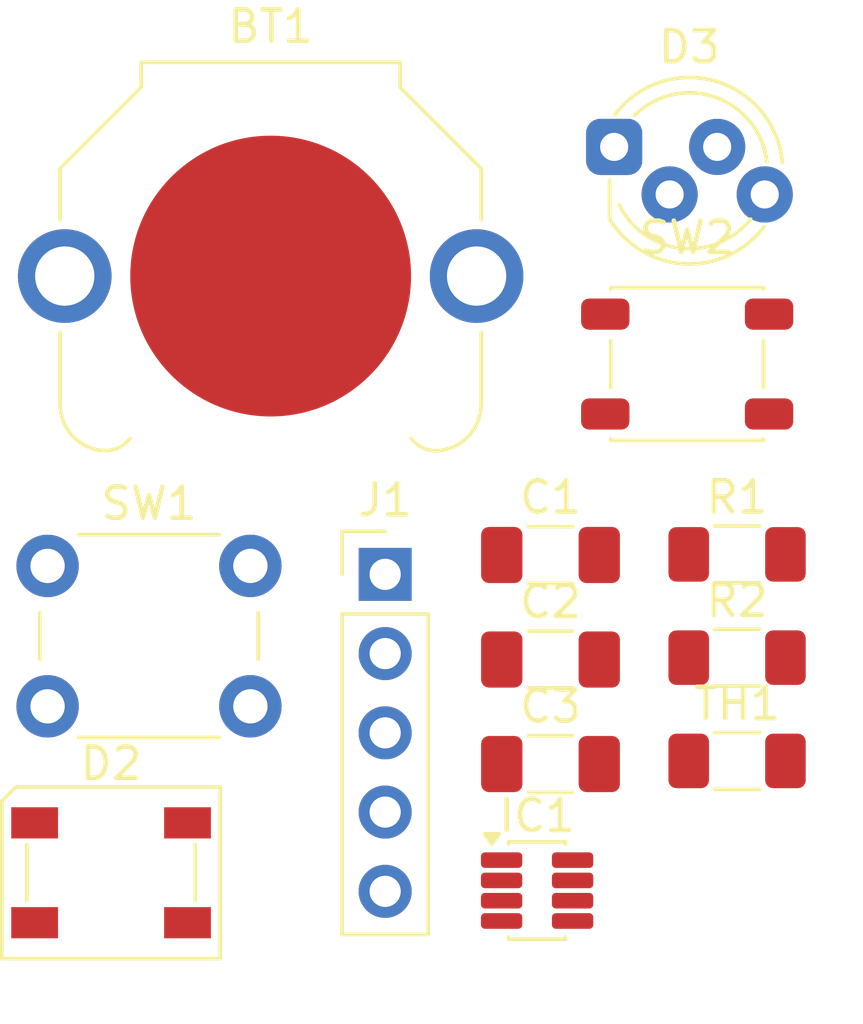
<source format=kicad_pcb>
(kicad_pcb (version 20241229) (generator "pcbnew") (generator_version "9.0")
  (layers (0 "F.Cu" signal) (2 "B.Cu" signal) (13 "F.Paste" user) (15 "B.Paste" user) (5 "F.SilkS" user "F.Silkscreen") (7 "B.SilkS" user "B.Silkscreen") (1 "F.Mask" user) (3 "B.Mask" user) (25 "Edge.Cuts" user))
  (net 0 "")
  (net 1 "VDD")
  (net 2 "GND")
  (net 3 "NRST")
  (net 4 "LED_DIN")
  (net 7 "SWCLK")
  (net 8 "SWDIO")
  (net 9 "THRM")
  (net 10 "Button")
  (footprint "Package_TO_SOT_SMD:SOT-23-8" (layer "F.Cu") (at 148.3625 112.525)
    (property "Reference" "IC1" (at 0 -2.4 0) (layer "F.SilkS"))
    (property "Value" "M0C1103QDDFRQ1")
    (fp_line (start -0.91 -1.56) (end 0.91 -1.56) (stroke (width 0.12)) (layer "F.SilkS"))
    (fp_line (start -0.91 -1.485) (end -0.91 -1.56) (stroke (width 0.12)) (layer "F.SilkS"))
    (fp_line (start -0.91 1.56) (end -0.91 1.485) (stroke (width 0.12)) (layer "F.SilkS"))
    (fp_line (start 0.91 -1.56) (end 0.91 -1.485) (stroke (width 0.12)) (layer "F.SilkS"))
    (fp_line (start 0.91 1.485) (end 0.91 1.56) (stroke (width 0.12)) (layer "F.SilkS"))
    (fp_line (start 0.91 1.56) (end -0.91 1.56) (stroke (width 0.12)) (layer "F.SilkS"))
    (fp_poly (pts (xy -1.45 -1.49) (xy -1.69 -1.82) (xy -1.21 -1.82)) (stroke (width 0.12)) (fill yes) (layer "F.SilkS"))
    (pad "1" smd roundrect (at -1.1375 -0.975) (size 1.325 0.5) (layers "F.Cu" "F.Mask" "F.Paste") (net 9 "THRM"))
    (pad "2" smd roundrect (at -1.1375 -0.325) (size 1.325 0.5) (layers "F.Cu" "F.Mask" "F.Paste") (net 3 "NRST"))
    (pad "3" smd roundrect (at -1.1375 0.325) (size 1.325 0.5) (layers "F.Cu" "F.Mask" "F.Paste") (net 2 "GND"))
    (pad "4" smd roundrect (at -1.1375 0.975) (size 1.325 0.5) (layers "F.Cu" "F.Mask" "F.Paste") (net 1 "VDD"))
    (pad "5" smd roundrect (at 1.1375 0.975) (size 1.325 0.5) (layers "F.Cu" "F.Mask" "F.Paste") (net 4 "LED_DIN"))
    (pad "6" smd roundrect (at 1.1375 0.325) (size 1.325 0.5) (layers "F.Cu" "F.Mask" "F.Paste") (net 8 "SWDIO"))
    (pad "7" smd roundrect (at 1.1375 -0.325) (size 1.325 0.5) (layers "F.Cu" "F.Mask" "F.Paste") (net 7 "SWCLK"))
    (pad "8" smd roundrect (at 1.1375 -0.975) (size 1.325 0.5) (layers "F.Cu" "F.Mask" "F.Paste") (net 10 "Button"))
  )
  (footprint "Capacitor_SMD:C_1206_3216Metric_Pad1.33x1.80mm_HandSolder" (layer "F.Cu") (at 148.7925 105.12)
    (property "Reference" "C2" (at 0 -1.85 0) (layer "F.SilkS"))
    (property "Value" "0.1uF")
    (fp_line (start -0.711252 -0.91) (end 0.711252 -0.91) (stroke (width 0.12)) (layer "F.SilkS"))
    (fp_line (start -0.711252 0.91) (end 0.711252 0.91) (stroke (width 0.12)) (layer "F.SilkS"))
    (pad "1" smd roundrect (at -1.5625 0) (size 1.325 1.8) (layers "F.Cu" "F.Mask" "F.Paste") (roundrect_rratio 0.188679) (net 1 "VDD"))
    (pad "2" smd roundrect (at 1.5625 0) (size 1.325 1.8) (layers "F.Cu" "F.Mask" "F.Paste") (roundrect_rratio 0.188679) (net 2 "GND"))
  )
  (footprint "Button_Switch_THT:SW_PUSH_6mm_H5mm" (layer "F.Cu") (at 132.6725 102.12)
    (property "Reference" "SW1" (at 3.25 -2 0) (layer "F.SilkS"))
    (property "Value" "SW_SPST")
    (fp_line (start -0.25 1.5) (end -0.25 3) (stroke (width 0.12)) (layer "F.SilkS"))
    (fp_line (start 1 5.5) (end 5.5 5.5) (stroke (width 0.12)) (layer "F.SilkS"))
    (fp_line (start 5.5 -1) (end 1 -1) (stroke (width 0.12)) (layer "F.SilkS"))
    (fp_line (start 6.75 3) (end 6.75 1.5) (stroke (width 0.12)) (layer "F.SilkS"))
    (pad "1" thru_hole circle (at 0 0 90) (size 2 2) (drill 1.1) (layers "*.Cu" "*.Mask") (net 10 "Button"))
    (pad "1" thru_hole circle (at 6.5 0 90) (size 2 2) (drill 1.1) (layers "*.Cu" "*.Mask") (net 10 "Button"))
    (pad "2" thru_hole circle (at 0 4.5 90) (size 2 2) (drill 1.1) (layers "*.Cu" "*.Mask") (net 2 "GND"))
    (pad "2" thru_hole circle (at 6.5 4.5 90) (size 2 2) (drill 1.1) (layers "*.Cu" "*.Mask") (net 2 "GND"))
  )
  (footprint "LED_THT:LED_D5.0mm-4_RGB_Staggered_Pins" (layer "F.Cu") (at 150.8325 88.69)
    (property "Reference" "D3" (at 2.413 -3.198 0) (layer "F.SilkS"))
    (property "Value" "NeoPixel_THT")
    (fp_line (start -0.147 1.061188) (end -0.147 2.307) (stroke (width 0.12)) (layer "F.SilkS"))
    (fp_arc (start 0.028 -1.038) (mid 3.238737 -2.109652) (end 5.389836 0.503784) (stroke (width 0.12)) (layer "F.SilkS"))
    (fp_arc (start 0.660401 -1.015999) (mid 3.242766 -1.592649) (end 4.89309 0.475579) (stroke (width 0.12)) (layer "F.SilkS"))
    (fp_arc (start 4.372086 2.315056) (mid 2.134091 3.246393) (end 0.158316 1.842) (stroke (width 0.12)) (layer "F.SilkS"))
    (fp_arc (start 4.804334 2.556887) (mid 2.262188 3.748194) (end -0.147 2.30683) (stroke (width 0.12)) (layer "F.SilkS"))
    (pad "1" thru_hole roundrect (at 0 0) (size 1.8 1.8) (drill 0.9) (layers "*.Cu" "*.Mask"))
    (pad "2" thru_hole circle (at 1.778 1.524) (size 1.8 1.8) (drill 0.9) (layers "*.Cu" "*.Mask") (net 2 "GND"))
    (pad "3" thru_hole circle (at 3.302 0) (size 1.8 1.8) (drill 0.9) (layers "*.Cu" "*.Mask") (net 1 "VDD"))
    (pad "4" thru_hole circle (at 4.826 1.524) (size 1.8 1.8) (drill 0.9) (layers "*.Cu" "*.Mask") (net 4 "LED_DIN"))
  )
  (footprint "Capacitor_SMD:C_1206_3216Metric_Pad1.33x1.80mm_HandSolder" (layer "F.Cu") (at 148.7925 108.47)
    (property "Reference" "C3" (at 0 -1.85 0) (layer "F.SilkS"))
    (property "Value" "C")
    (fp_line (start -0.711252 -0.91) (end 0.711252 -0.91) (stroke (width 0.12)) (layer "F.SilkS"))
    (fp_line (start -0.711252 0.91) (end 0.711252 0.91) (stroke (width 0.12)) (layer "F.SilkS"))
    (pad "1" smd roundrect (at -1.5625 0) (size 1.325 1.8) (layers "F.Cu" "F.Mask" "F.Paste") (roundrect_rratio 0.188679) (net 3 "NRST"))
    (pad "2" smd roundrect (at 1.5625 0) (size 1.325 1.8) (layers "F.Cu" "F.Mask" "F.Paste") (roundrect_rratio 0.188679) (net 2 "GND"))
  )
  (footprint "Button_Switch_SMD:SW_SPST_PTS647_Sx50" (layer "F.Cu") (at 153.1725 95.65)
    (property "Reference" "SW2" (at 0 -4.05 0) (layer "F.SilkS"))
    (property "Value" "SW_SPST")
    (fp_line (start -2.45 -2.45) (end -2.45 -2.4) (stroke (width 0.12)) (layer "F.SilkS"))
    (fp_line (start -2.45 -2.45) (end 2.45 -2.45) (stroke (width 0.12)) (layer "F.SilkS"))
    (fp_line (start -2.45 -0.75) (end -2.45 0.75) (stroke (width 0.12)) (layer "F.SilkS"))
    (fp_line (start -2.45 2.45) (end -2.45 2.4) (stroke (width 0.12)) (layer "F.SilkS"))
    (fp_line (start -2.45 2.45) (end 2.45 2.45) (stroke (width 0.12)) (layer "F.SilkS"))
    (fp_line (start 2.45 -2.45) (end 2.45 -2.4) (stroke (width 0.12)) (layer "F.SilkS"))
    (fp_line (start 2.45 -0.75) (end 2.45 0.75) (stroke (width 0.12)) (layer "F.SilkS"))
    (fp_line (start 2.45 2.45) (end 2.45 2.4) (stroke (width 0.12)) (layer "F.SilkS"))
    (pad "1" smd roundrect (at -2.625 -1.6) (size 1.55 1) (layers "F.Cu" "F.Mask" "F.Paste") (net 10 "Button"))
    (pad "1" smd roundrect (at 2.625 -1.6) (size 1.55 1) (layers "F.Cu" "F.Mask" "F.Paste") (net 10 "Button"))
    (pad "2" smd roundrect (at -2.625 1.6) (size 1.55 1) (layers "F.Cu" "F.Mask" "F.Paste") (net 2 "GND"))
    (pad "2" smd roundrect (at 2.625 1.6) (size 1.55 1) (layers "F.Cu" "F.Mask" "F.Paste") (net 2 "GND"))
  )
  (footprint "Resistor_SMD:R_1206_3216Metric_Pad1.30x1.75mm_HandSolder" (layer "F.Cu") (at 154.7725 108.37)
    (property "Reference" "TH1" (at 0 -1.83 0) (layer "F.SilkS"))
    (property "Value" "Thermistor")
    (fp_line (start -0.727064 -0.91) (end 0.727064 -0.91) (stroke (width 0.12)) (layer "F.SilkS"))
    (fp_line (start -0.727064 0.91) (end 0.727064 0.91) (stroke (width 0.12)) (layer "F.SilkS"))
    (pad "1" smd roundrect (at -1.55 0) (size 1.3 1.75) (layers "F.Cu" "F.Mask" "F.Paste") (roundrect_rratio 0.192308) (net 9 "THRM"))
    (pad "2" smd roundrect (at 1.55 0) (size 1.3 1.75) (layers "F.Cu" "F.Mask" "F.Paste") (roundrect_rratio 0.192308) (net 2 "GND"))
  )
  (footprint "Resistor_SMD:R_1206_3216Metric_Pad1.30x1.75mm_HandSolder" (layer "F.Cu") (at 154.7725 101.75)
    (property "Reference" "R1" (at 0 -1.83 0) (layer "F.SilkS"))
    (property "Value" "47K")
    (fp_line (start -0.727064 -0.91) (end 0.727064 -0.91) (stroke (width 0.12)) (layer "F.SilkS"))
    (fp_line (start -0.727064 0.91) (end 0.727064 0.91) (stroke (width 0.12)) (layer "F.SilkS"))
    (pad "1" smd roundrect (at -1.55 0) (size 1.3 1.75) (layers "F.Cu" "F.Mask" "F.Paste") (roundrect_rratio 0.192308) (net 1 "VDD"))
    (pad "2" smd roundrect (at 1.55 0) (size 1.3 1.75) (layers "F.Cu" "F.Mask" "F.Paste") (roundrect_rratio 0.192308) (net 3 "NRST"))
  )
  (footprint "Connector_PinHeader_2.54mm:PinHeader_1x05_P2.54mm_Vertical" (layer "F.Cu") (at 143.4925 102.39)
    (property "Reference" "J1" (at 0 -2.38 0) (layer "F.SilkS"))
    (property "Value" "Conn_01x05_Pin")
    (fp_line (start -1.38 -1.38) (end 0 -1.38) (stroke (width 0.12)) (layer "F.SilkS"))
    (fp_line (start -1.38 0) (end -1.38 -1.38) (stroke (width 0.12)) (layer "F.SilkS"))
    (fp_line (start -1.38 1.27) (end -1.38 11.54) (stroke (width 0.12)) (layer "F.SilkS"))
    (fp_line (start -1.38 1.27) (end 1.38 1.27) (stroke (width 0.12)) (layer "F.SilkS"))
    (fp_line (start -1.38 11.54) (end 1.38 11.54) (stroke (width 0.12)) (layer "F.SilkS"))
    (fp_line (start 1.38 1.27) (end 1.38 11.54) (stroke (width 0.12)) (layer "F.SilkS"))
    (pad "1" thru_hole rect (at 0 0) (size 1.7 1.7) (drill 1) (layers "*.Cu" "*.Mask") (net 2 "GND"))
    (pad "2" thru_hole circle (at 0 2.54) (size 1.7 1.7) (drill 1) (layers "*.Cu" "*.Mask") (net 1 "VDD"))
    (pad "3" thru_hole circle (at 0 5.08) (size 1.7 1.7) (drill 1) (layers "*.Cu" "*.Mask") (net 3 "NRST"))
    (pad "4" thru_hole circle (at 0 7.62) (size 1.7 1.7) (drill 1) (layers "*.Cu" "*.Mask") (net 8 "SWDIO"))
    (pad "5" thru_hole circle (at 0 10.16) (size 1.7 1.7) (drill 1) (layers "*.Cu" "*.Mask") (net 7 "SWCLK"))
  )
  (footprint "LED_SMD:LED_SK6812_PLCC4_5.0x5.0mm_P3.2mm" (layer "F.Cu") (at 134.7075 111.955)
    (property "Reference" "D2" (at 0 -3.5 0) (layer "F.SilkS"))
    (property "Value" "SK6812")
    (fp_line (start -3.5 -2.3) (end -3.5 2.75) (stroke (width 0.12)) (layer "F.SilkS"))
    (fp_line (start -3.05 -2.75) (end -3.5 -2.3) (stroke (width 0.12)) (layer "F.SilkS"))
    (fp_line (start -2.7 -0.9) (end -2.7 0.9) (stroke (width 0.12)) (layer "F.SilkS"))
    (fp_line (start 2.7 -0.9) (end 2.7 0.9) (stroke (width 0.12)) (layer "F.SilkS"))
    (fp_line (start 3.5 -2.75) (end -3.05 -2.75) (stroke (width 0.12)) (layer "F.SilkS"))
    (fp_line (start 3.5 2.75) (end -3.5 2.75) (stroke (width 0.12)) (layer "F.SilkS"))
    (fp_line (start 3.5 2.75) (end 3.5 -2.75) (stroke (width 0.12)) (layer "F.SilkS"))
    (pad "1" smd rect (at -2.45 -1.6 180) (size 1.5 1) (layers "F.Cu" "F.Mask" "F.Paste") (net 2 "GND"))
    (pad "2" smd rect (at -2.45 1.6 180) (size 1.5 1) (layers "F.Cu" "F.Mask" "F.Paste") (net 4 "LED_DIN"))
    (pad "3" smd rect (at 2.45 1.6 180) (size 1.5 1) (layers "F.Cu" "F.Mask" "F.Paste") (net 1 "VDD"))
    (pad "4" smd rect (at 2.45 -1.6 180) (size 1.5 1) (layers "F.Cu" "F.Mask" "F.Paste"))
  )
  (footprint "Battery:BatteryHolder_Keystone_3001_1x12mm" (layer "F.Cu") (at 139.822699 92.83)
    (property "Reference" "BT1" (at 0 -8 0) (layer "F.SilkS"))
    (property "Value" "Battery_Cell")
    (fp_line (start -6.75 -3.45) (end -4.15 -6.05) (stroke (width 0.12)) (layer "F.SilkS"))
    (fp_line (start -6.75 -1.8) (end -6.75 -3.45) (stroke (width 0.12)) (layer "F.SilkS"))
    (fp_line (start -6.75 1.8) (end -6.75 4.1) (stroke (width 0.12)) (layer "F.SilkS"))
    (fp_line (start -4.15 -6.85) (end 4.15 -6.85) (stroke (width 0.12)) (layer "F.SilkS"))
    (fp_line (start -4.15 -6.05) (end -4.15 -6.85) (stroke (width 0.12)) (layer "F.SilkS"))
    (fp_line (start 4.15 -6.85) (end 4.15 -6.05) (stroke (width 0.12)) (layer "F.SilkS"))
    (fp_line (start 4.15 -6.05) (end 6.75 -3.45) (stroke (width 0.12)) (layer "F.SilkS"))
    (fp_line (start 6.75 -3.45) (end 6.75 -1.8) (stroke (width 0.12)) (layer "F.SilkS"))
    (fp_line (start 6.75 1.8) (end 6.75 4.1) (stroke (width 0.12)) (layer "F.SilkS"))
    (fp_arc (start -5.3 5.6) (mid -6.32849 5.143374) (end -6.75 4.1) (stroke (width 0.12)) (layer "F.SilkS"))
    (fp_arc (start -4.5 5.2) (mid -4.90584 5.514615) (end -5.414615 5.58416) (stroke (width 0.12)) (layer "F.SilkS"))
    (fp_arc (start 5.3 5.6) (mid 4.853425 5.493151) (end 4.5 5.2) (stroke (width 0.12)) (layer "F.SilkS"))
    (fp_arc (start 6.75 4.1) (mid 6.328491 5.143375) (end 5.3 5.6) (stroke (width 0.12)) (layer "F.SilkS"))
    (pad "1" thru_hole circle (at -6.6 0) (size 3 3) (drill 1.9) (layers "*.Cu" "*.Mask") (net 1 "VDD"))
    (pad "1" thru_hole circle (at 6.6 0) (size 3 3) (drill 1.9) (layers "*.Cu" "*.Mask") (net 1 "VDD"))
    (pad "2" smd circle (at 0 0) (size 9 9) (layers "F.Cu" "F.Mask") (net 2 "GND"))
  )
  (footprint "Resistor_SMD:R_1206_3216Metric_Pad1.30x1.75mm_HandSolder" (layer "F.Cu") (at 154.7725 105.06)
    (property "Reference" "R2" (at 0 -1.83 0) (layer "F.SilkS"))
    (property "Value" "10K")
    (fp_line (start -0.727064 -0.91) (end 0.727064 -0.91) (stroke (width 0.12)) (layer "F.SilkS"))
    (fp_line (start -0.727064 0.91) (end 0.727064 0.91) (stroke (width 0.12)) (layer "F.SilkS"))
    (pad "1" smd roundrect (at -1.55 0) (size 1.3 1.75) (layers "F.Cu" "F.Mask" "F.Paste") (roundrect_rratio 0.192308) (net 1 "VDD"))
    (pad "2" smd roundrect (at 1.55 0) (size 1.3 1.75) (layers "F.Cu" "F.Mask" "F.Paste") (roundrect_rratio 0.192308) (net 9 "THRM"))
  )
  (footprint "Capacitor_SMD:C_1206_3216Metric_Pad1.33x1.80mm_HandSolder" (layer "F.Cu") (at 148.7925 101.77)
    (property "Reference" "C1" (at 0 -1.85 0) (layer "F.SilkS"))
    (property "Value" "10uF")
    (fp_line (start -0.711252 -0.91) (end 0.711252 -0.91) (stroke (width 0.12)) (layer "F.SilkS"))
    (fp_line (start -0.711252 0.91) (end 0.711252 0.91) (stroke (width 0.12)) (layer "F.SilkS"))
    (pad "1" smd roundrect (at -1.5625 0) (size 1.325 1.8) (layers "F.Cu" "F.Mask" "F.Paste") (roundrect_rratio 0.188679) (net 1 "VDD"))
    (pad "2" smd roundrect (at 1.5625 0) (size 1.325 1.8) (layers "F.Cu" "F.Mask" "F.Paste") (roundrect_rratio 0.188679) (net 2 "GND"))
  )
)
</source>
